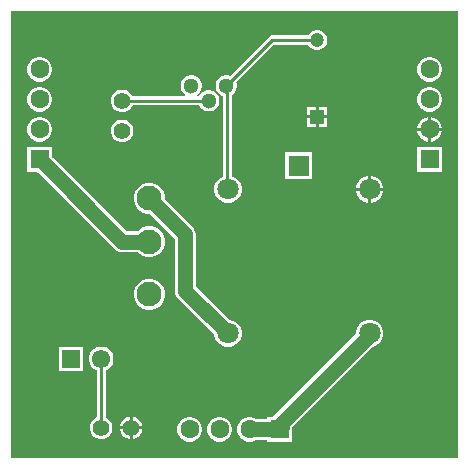
<source format=gtl>
G04*
G04 #@! TF.GenerationSoftware,Altium Limited,Altium Designer,21.8.1 (53)*
G04*
G04 Layer_Physical_Order=1*
G04 Layer_Color=255*
%FSLAX25Y25*%
%MOIN*%
G70*
G04*
G04 #@! TF.SameCoordinates,F694C61F-55F7-4EF8-90FC-B60A50DA021C*
G04*
G04*
G04 #@! TF.FilePolarity,Positive*
G04*
G01*
G75*
%ADD10C,0.01000*%
%ADD13R,0.07100X0.07100*%
%ADD14C,0.07100*%
%ADD23C,0.04724*%
%ADD24R,0.04724X0.04724*%
%ADD25C,0.05000*%
%ADD26C,0.05512*%
%ADD27C,0.08268*%
%ADD28C,0.06299*%
%ADD29R,0.06299X0.06299*%
%ADD30R,0.06299X0.06299*%
%ADD31C,0.06102*%
%ADD32R,0.06102X0.06102*%
%ADD33C,0.05118*%
G36*
X149500Y500D02*
X500D01*
Y149500D01*
X149500D01*
Y500D01*
D02*
G37*
%LPC*%
G36*
X102943Y143157D02*
X102057D01*
X101202Y142928D01*
X100436Y142486D01*
X99810Y141860D01*
X99501Y141325D01*
X87488D01*
X86903Y141208D01*
X86407Y140877D01*
X73393Y127863D01*
X72662Y128059D01*
X71724D01*
X70819Y127816D01*
X70008Y127348D01*
X69345Y126685D01*
X68876Y125874D01*
X68634Y124969D01*
Y124031D01*
X68876Y123126D01*
X69345Y122315D01*
X70008Y121652D01*
X70819Y121184D01*
X70945Y121150D01*
Y94237D01*
X69962Y93669D01*
X69115Y92822D01*
X68516Y91785D01*
X68206Y90627D01*
Y89429D01*
X68516Y88272D01*
X69115Y87235D01*
X69962Y86387D01*
X71000Y85788D01*
X72157Y85478D01*
X73355D01*
X74512Y85788D01*
X75550Y86387D01*
X76397Y87235D01*
X76996Y88272D01*
X77306Y89429D01*
Y90627D01*
X76996Y91785D01*
X76397Y92822D01*
X75550Y93669D01*
X74512Y94268D01*
X74004Y94405D01*
Y121436D01*
X74378Y121652D01*
X75041Y122315D01*
X75509Y123126D01*
X75752Y124031D01*
Y124969D01*
X75556Y125700D01*
X88122Y138266D01*
X99501D01*
X99810Y137731D01*
X100436Y137105D01*
X101202Y136662D01*
X102057Y136433D01*
X102943D01*
X103798Y136662D01*
X104564Y137105D01*
X105190Y137731D01*
X105633Y138497D01*
X105862Y139353D01*
Y140238D01*
X105633Y141093D01*
X105190Y141860D01*
X104564Y142486D01*
X103798Y142928D01*
X102943Y143157D01*
D02*
G37*
G36*
X140546Y134150D02*
X139454D01*
X138398Y133867D01*
X137452Y133320D01*
X136679Y132548D01*
X136133Y131602D01*
X135850Y130546D01*
Y129454D01*
X136133Y128398D01*
X136679Y127452D01*
X137452Y126680D01*
X138398Y126133D01*
X139454Y125850D01*
X140546D01*
X141602Y126133D01*
X142548Y126680D01*
X143321Y127452D01*
X143867Y128398D01*
X144150Y129454D01*
Y130546D01*
X143867Y131602D01*
X143321Y132548D01*
X142548Y133320D01*
X141602Y133867D01*
X140546Y134150D01*
D02*
G37*
G36*
X10546D02*
X9454D01*
X8398Y133867D01*
X7452Y133320D01*
X6679Y132548D01*
X6133Y131602D01*
X5850Y130546D01*
Y129454D01*
X6133Y128398D01*
X6679Y127452D01*
X7452Y126680D01*
X8398Y126133D01*
X9454Y125850D01*
X10546D01*
X11602Y126133D01*
X12548Y126680D01*
X13320Y127452D01*
X13867Y128398D01*
X14150Y129454D01*
Y130546D01*
X13867Y131602D01*
X13320Y132548D01*
X12548Y133320D01*
X11602Y133867D01*
X10546Y134150D01*
D02*
G37*
G36*
X60969Y128059D02*
X60031D01*
X59126Y127816D01*
X58315Y127348D01*
X57652Y126685D01*
X57183Y125874D01*
X56941Y124969D01*
Y124031D01*
X57183Y123126D01*
X57652Y122315D01*
X58315Y121652D01*
X58527Y121529D01*
X58393Y121029D01*
X40954D01*
X40505Y121806D01*
X39806Y122505D01*
X38950Y123000D01*
X37995Y123256D01*
X37005D01*
X36050Y123000D01*
X35194Y122505D01*
X34495Y121806D01*
X34000Y120950D01*
X33744Y119994D01*
Y119006D01*
X34000Y118050D01*
X34495Y117194D01*
X35194Y116495D01*
X36050Y116000D01*
X37005Y115744D01*
X37995D01*
X38950Y116000D01*
X39806Y116495D01*
X40505Y117194D01*
X40954Y117971D01*
X63120D01*
X63499Y117315D01*
X64161Y116652D01*
X64973Y116183D01*
X65878Y115941D01*
X66815D01*
X67720Y116183D01*
X68532Y116652D01*
X69194Y117315D01*
X69663Y118126D01*
X69906Y119031D01*
Y119969D01*
X69663Y120874D01*
X69194Y121685D01*
X68532Y122348D01*
X67720Y122817D01*
X66815Y123059D01*
X65878D01*
X64973Y122817D01*
X64161Y122348D01*
X63499Y121685D01*
X63120Y121029D01*
X62607D01*
X62473Y121529D01*
X62685Y121652D01*
X63348Y122315D01*
X63816Y123126D01*
X64059Y124031D01*
Y124969D01*
X63816Y125874D01*
X63348Y126685D01*
X62685Y127348D01*
X61874Y127816D01*
X60969Y128059D01*
D02*
G37*
G36*
X140546Y124150D02*
X139454D01*
X138398Y123867D01*
X137452Y123320D01*
X136679Y122548D01*
X136133Y121602D01*
X135850Y120546D01*
Y119454D01*
X136133Y118398D01*
X136679Y117452D01*
X137452Y116680D01*
X138398Y116133D01*
X139454Y115850D01*
X140546D01*
X141602Y116133D01*
X142548Y116680D01*
X143321Y117452D01*
X143867Y118398D01*
X144150Y119454D01*
Y120546D01*
X143867Y121602D01*
X143321Y122548D01*
X142548Y123320D01*
X141602Y123867D01*
X140546Y124150D01*
D02*
G37*
G36*
X10546D02*
X9454D01*
X8398Y123867D01*
X7452Y123320D01*
X6679Y122548D01*
X6133Y121602D01*
X5850Y120546D01*
Y119454D01*
X6133Y118398D01*
X6679Y117452D01*
X7452Y116680D01*
X8398Y116133D01*
X9454Y115850D01*
X10546D01*
X11602Y116133D01*
X12548Y116680D01*
X13320Y117452D01*
X13867Y118398D01*
X14150Y119454D01*
Y120546D01*
X13867Y121602D01*
X13320Y122548D01*
X12548Y123320D01*
X11602Y123867D01*
X10546Y124150D01*
D02*
G37*
G36*
X105862Y117567D02*
X103000D01*
Y114705D01*
X105862D01*
Y117567D01*
D02*
G37*
G36*
X102000D02*
X99138D01*
Y114705D01*
X102000D01*
Y117567D01*
D02*
G37*
G36*
X105862Y113705D02*
X103000D01*
Y110843D01*
X105862D01*
Y113705D01*
D02*
G37*
G36*
X102000D02*
X99138D01*
Y110843D01*
X102000D01*
Y113705D01*
D02*
G37*
G36*
X140546Y114150D02*
X140500D01*
Y110500D01*
X144150D01*
Y110546D01*
X143867Y111602D01*
X143321Y112548D01*
X142548Y113321D01*
X141602Y113867D01*
X140546Y114150D01*
D02*
G37*
G36*
X139500D02*
X139454D01*
X138398Y113867D01*
X137452Y113321D01*
X136679Y112548D01*
X136133Y111602D01*
X135850Y110546D01*
Y110500D01*
X139500D01*
Y114150D01*
D02*
G37*
G36*
X144150Y109500D02*
X140500D01*
Y105850D01*
X140546D01*
X141602Y106133D01*
X142548Y106679D01*
X143321Y107452D01*
X143867Y108398D01*
X144150Y109454D01*
Y109500D01*
D02*
G37*
G36*
X139500D02*
X135850D01*
Y109454D01*
X136133Y108398D01*
X136679Y107452D01*
X137452Y106679D01*
X138398Y106133D01*
X139454Y105850D01*
X139500D01*
Y109500D01*
D02*
G37*
G36*
X10546Y114150D02*
X9454D01*
X8398Y113867D01*
X7452Y113321D01*
X6679Y112548D01*
X6133Y111602D01*
X5850Y110546D01*
Y109454D01*
X6133Y108398D01*
X6679Y107452D01*
X7452Y106679D01*
X8398Y106133D01*
X9454Y105850D01*
X10546D01*
X11602Y106133D01*
X12548Y106679D01*
X13320Y107452D01*
X13867Y108398D01*
X14150Y109454D01*
Y110546D01*
X13867Y111602D01*
X13320Y112548D01*
X12548Y113321D01*
X11602Y113867D01*
X10546Y114150D01*
D02*
G37*
G36*
X37995Y113256D02*
X37005D01*
X36050Y113000D01*
X35194Y112505D01*
X34495Y111806D01*
X34000Y110950D01*
X33744Y109994D01*
Y109005D01*
X34000Y108050D01*
X34495Y107194D01*
X35194Y106494D01*
X36050Y106000D01*
X37005Y105744D01*
X37995D01*
X38950Y106000D01*
X39806Y106494D01*
X40505Y107194D01*
X41000Y108050D01*
X41256Y109005D01*
Y109994D01*
X41000Y110950D01*
X40505Y111806D01*
X39806Y112505D01*
X38950Y113000D01*
X37995Y113256D01*
D02*
G37*
G36*
X144150Y104150D02*
X135850D01*
Y95850D01*
X144150D01*
Y104150D01*
D02*
G37*
G36*
X100928Y102452D02*
X91828D01*
Y93352D01*
X100928D01*
Y102452D01*
D02*
G37*
G36*
X120599Y94578D02*
X120500D01*
Y90528D01*
X124550D01*
Y90627D01*
X124240Y91785D01*
X123641Y92822D01*
X122794Y93669D01*
X121756Y94268D01*
X120599Y94578D01*
D02*
G37*
G36*
X119500D02*
X119401D01*
X118244Y94268D01*
X117206Y93669D01*
X116359Y92822D01*
X115760Y91785D01*
X115450Y90627D01*
Y90528D01*
X119500D01*
Y94578D01*
D02*
G37*
G36*
X124550Y89528D02*
X120500D01*
Y85478D01*
X120599D01*
X121756Y85788D01*
X122794Y86387D01*
X123641Y87235D01*
X124240Y88272D01*
X124550Y89429D01*
Y89528D01*
D02*
G37*
G36*
X119500D02*
X115450D01*
Y89429D01*
X115760Y88272D01*
X116359Y87235D01*
X117206Y86387D01*
X118244Y85788D01*
X119401Y85478D01*
X119500D01*
Y89528D01*
D02*
G37*
G36*
X14150Y104150D02*
X5850D01*
Y95850D01*
X9157D01*
X35004Y70004D01*
X35735Y69443D01*
X36586Y69090D01*
X37500Y68970D01*
X42770D01*
X43348Y68392D01*
X44518Y67716D01*
X45824Y67366D01*
X47176D01*
X48482Y67716D01*
X49652Y68392D01*
X50608Y69348D01*
X51284Y70518D01*
X51634Y71824D01*
Y73176D01*
X51284Y74482D01*
X50608Y75652D01*
X49652Y76608D01*
X48482Y77284D01*
X47176Y77634D01*
X45824D01*
X44518Y77284D01*
X43348Y76608D01*
X42770Y76030D01*
X38962D01*
X14150Y100843D01*
Y104150D01*
D02*
G37*
G36*
X47176Y60134D02*
X45824D01*
X44518Y59784D01*
X43348Y59108D01*
X42392Y58152D01*
X41716Y56982D01*
X41366Y55676D01*
Y54324D01*
X41716Y53018D01*
X42392Y51848D01*
X43348Y50892D01*
X44518Y50216D01*
X45824Y49866D01*
X47176D01*
X48482Y50216D01*
X49652Y50892D01*
X50608Y51848D01*
X51284Y53018D01*
X51634Y54324D01*
Y55676D01*
X51284Y56982D01*
X50608Y58152D01*
X49652Y59108D01*
X48482Y59784D01*
X47176Y60134D01*
D02*
G37*
G36*
Y92134D02*
X45824D01*
X44518Y91784D01*
X43348Y91108D01*
X42392Y90152D01*
X41716Y88982D01*
X41366Y87676D01*
Y86324D01*
X41716Y85018D01*
X42392Y83848D01*
X43348Y82892D01*
X44518Y82216D01*
X45824Y81866D01*
X46641D01*
X54970Y73538D01*
Y56256D01*
X55090Y55342D01*
X55443Y54491D01*
X56004Y53760D01*
X68206Y41557D01*
Y41401D01*
X68516Y40244D01*
X69115Y39206D01*
X69962Y38359D01*
X71000Y37760D01*
X72157Y37450D01*
X73355D01*
X74512Y37760D01*
X75550Y38359D01*
X76397Y39206D01*
X76996Y40244D01*
X77306Y41401D01*
Y42599D01*
X76996Y43756D01*
X76397Y44794D01*
X75550Y45641D01*
X74512Y46240D01*
X73355Y46550D01*
X73198D01*
X62030Y57718D01*
Y75000D01*
X61910Y75914D01*
X61557Y76765D01*
X60996Y77496D01*
X51634Y86859D01*
Y87676D01*
X51284Y88982D01*
X50608Y90152D01*
X49652Y91108D01*
X48482Y91784D01*
X47176Y92134D01*
D02*
G37*
G36*
X24551Y37551D02*
X16449D01*
Y29449D01*
X24551D01*
Y37551D01*
D02*
G37*
G36*
X120599Y46550D02*
X119401D01*
X118244Y46240D01*
X117206Y45641D01*
X116359Y44794D01*
X115760Y43756D01*
X115450Y42599D01*
Y41943D01*
X88153Y14646D01*
X87773Y14150D01*
X85850D01*
Y13530D01*
X82185D01*
X81602Y13867D01*
X80546Y14150D01*
X79454D01*
X78398Y13867D01*
X77452Y13320D01*
X76679Y12548D01*
X76133Y11602D01*
X75850Y10546D01*
Y9454D01*
X76133Y8398D01*
X76679Y7452D01*
X77452Y6679D01*
X78398Y6133D01*
X79454Y5850D01*
X80546D01*
X81602Y6133D01*
X82185Y6470D01*
X85850D01*
Y5850D01*
X94150D01*
Y10420D01*
X94180Y10650D01*
Y10687D01*
X121068Y37576D01*
X121756Y37760D01*
X122794Y38359D01*
X123641Y39206D01*
X124240Y40244D01*
X124550Y41401D01*
Y42599D01*
X124240Y43756D01*
X123641Y44794D01*
X122794Y45641D01*
X121756Y46240D01*
X120599Y46550D01*
D02*
G37*
G36*
X41000Y14254D02*
Y11000D01*
X44254D01*
X44000Y11950D01*
X43505Y12806D01*
X42806Y13506D01*
X41950Y14000D01*
X41000Y14254D01*
D02*
G37*
G36*
X40000D02*
X39050Y14000D01*
X38194Y13506D01*
X37495Y12806D01*
X37000Y11950D01*
X36746Y11000D01*
X40000D01*
Y14254D01*
D02*
G37*
G36*
X44254Y10000D02*
X41000D01*
Y6746D01*
X41950Y7000D01*
X42806Y7495D01*
X43505Y8194D01*
X44000Y9050D01*
X44254Y10000D01*
D02*
G37*
G36*
X40000D02*
X36746D01*
X37000Y9050D01*
X37495Y8194D01*
X38194Y7495D01*
X39050Y7000D01*
X40000Y6746D01*
Y10000D01*
D02*
G37*
G36*
X31033Y37551D02*
X29967D01*
X28936Y37275D01*
X28012Y36742D01*
X27258Y35987D01*
X26725Y35064D01*
X26449Y34033D01*
Y32967D01*
X26725Y31936D01*
X27258Y31012D01*
X28012Y30258D01*
X28936Y29725D01*
X28971Y29716D01*
Y13954D01*
X28194Y13506D01*
X27494Y12806D01*
X27000Y11950D01*
X26744Y10994D01*
Y10006D01*
X27000Y9050D01*
X27494Y8194D01*
X28194Y7495D01*
X29050Y7000D01*
X30005Y6744D01*
X30994D01*
X31950Y7000D01*
X32806Y7495D01*
X33505Y8194D01*
X34000Y9050D01*
X34256Y10006D01*
Y10994D01*
X34000Y11950D01*
X33505Y12806D01*
X32806Y13506D01*
X32029Y13954D01*
Y29716D01*
X32064Y29725D01*
X32987Y30258D01*
X33742Y31012D01*
X34275Y31936D01*
X34551Y32967D01*
Y34033D01*
X34275Y35064D01*
X33742Y35987D01*
X32987Y36742D01*
X32064Y37275D01*
X31033Y37551D01*
D02*
G37*
G36*
X70546Y14150D02*
X69454D01*
X68398Y13867D01*
X67452Y13320D01*
X66680Y12548D01*
X66133Y11602D01*
X65850Y10546D01*
Y9454D01*
X66133Y8398D01*
X66680Y7452D01*
X67452Y6679D01*
X68398Y6133D01*
X69454Y5850D01*
X70546D01*
X71602Y6133D01*
X72548Y6679D01*
X73321Y7452D01*
X73867Y8398D01*
X74150Y9454D01*
Y10546D01*
X73867Y11602D01*
X73321Y12548D01*
X72548Y13320D01*
X71602Y13867D01*
X70546Y14150D01*
D02*
G37*
G36*
X60546D02*
X59454D01*
X58398Y13867D01*
X57452Y13320D01*
X56679Y12548D01*
X56133Y11602D01*
X55850Y10546D01*
Y9454D01*
X56133Y8398D01*
X56679Y7452D01*
X57452Y6679D01*
X58398Y6133D01*
X59454Y5850D01*
X60546D01*
X61602Y6133D01*
X62548Y6679D01*
X63320Y7452D01*
X63867Y8398D01*
X64150Y9454D01*
Y10546D01*
X63867Y11602D01*
X63320Y12548D01*
X62548Y13320D01*
X61602Y13867D01*
X60546Y14150D01*
D02*
G37*
%LPD*%
D10*
X120000Y90028D02*
X120014D01*
X72474Y90310D02*
Y124218D01*
X72193Y124500D02*
X72474Y124218D01*
Y90310D02*
X72756Y90028D01*
X37500Y119500D02*
X66347D01*
X30500Y10500D02*
Y33500D01*
X139986Y110000D02*
X140000D01*
X87488Y139795D02*
X102500D01*
X72193Y124500D02*
X87488Y139795D01*
X60250Y124250D02*
X60500Y124500D01*
X60000Y10000D02*
X60250Y10250D01*
D13*
X96378Y97902D02*
D03*
D14*
X72756Y90028D02*
D03*
Y42000D02*
D03*
X120000D02*
D03*
Y90028D02*
D03*
D23*
X102500Y139795D02*
D03*
D24*
Y114205D02*
D03*
D25*
X90650Y10650D02*
Y12150D01*
X120000Y41500D02*
Y42000D01*
X90000Y10000D02*
X90650Y10650D01*
Y12150D02*
X120000Y41500D01*
X80000Y10000D02*
X90000D01*
X58500Y56256D02*
Y75000D01*
X72756Y42000D02*
Y42000D01*
X58500Y56256D02*
X72756Y42000D01*
X46500Y87000D02*
X58500Y75000D01*
X46500Y87000D02*
Y87000D01*
X10000Y100000D02*
X37500Y72500D01*
X46500D01*
D26*
X37500Y109500D02*
D03*
Y119500D02*
D03*
X40500Y10500D02*
D03*
X30500D02*
D03*
D27*
X46500Y55000D02*
D03*
Y87000D02*
D03*
Y72500D02*
D03*
D28*
X140000Y130000D02*
D03*
Y120000D02*
D03*
Y110000D02*
D03*
X60000Y10000D02*
D03*
X70000D02*
D03*
X80000D02*
D03*
X10000Y130000D02*
D03*
Y120000D02*
D03*
Y110000D02*
D03*
D29*
X140000Y100000D02*
D03*
X10000D02*
D03*
D30*
X90000Y10000D02*
D03*
D31*
X30500Y33500D02*
D03*
D32*
X20500D02*
D03*
D33*
X66347Y119500D02*
D03*
X60500Y124500D02*
D03*
X72193D02*
D03*
M02*

</source>
